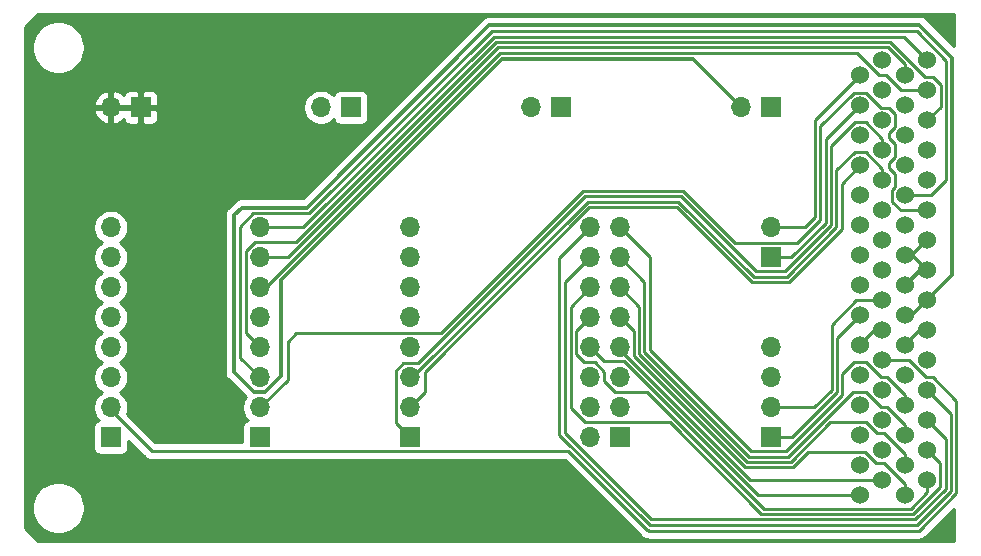
<source format=gbr>
G04 #@! TF.GenerationSoftware,KiCad,Pcbnew,5.1.10-88a1d61d58~88~ubuntu20.10.1*
G04 #@! TF.CreationDate,2021-05-06T21:06:24+02:00*
G04 #@! TF.ProjectId,breakout-board,62726561-6b6f-4757-942d-626f6172642e,1.0*
G04 #@! TF.SameCoordinates,Original*
G04 #@! TF.FileFunction,Copper,L2,Bot*
G04 #@! TF.FilePolarity,Positive*
%FSLAX46Y46*%
G04 Gerber Fmt 4.6, Leading zero omitted, Abs format (unit mm)*
G04 Created by KiCad (PCBNEW 5.1.10-88a1d61d58~88~ubuntu20.10.1) date 2021-05-06 21:06:24*
%MOMM*%
%LPD*%
G01*
G04 APERTURE LIST*
G04 #@! TA.AperFunction,ComponentPad*
%ADD10O,1.700000X1.700000*%
G04 #@! TD*
G04 #@! TA.AperFunction,ComponentPad*
%ADD11R,1.700000X1.700000*%
G04 #@! TD*
G04 #@! TA.AperFunction,ComponentPad*
%ADD12C,1.524000*%
G04 #@! TD*
G04 #@! TA.AperFunction,Conductor*
%ADD13C,0.350000*%
G04 #@! TD*
G04 #@! TA.AperFunction,Conductor*
%ADD14C,0.250000*%
G04 #@! TD*
G04 #@! TA.AperFunction,Conductor*
%ADD15C,0.254000*%
G04 #@! TD*
G04 #@! TA.AperFunction,Conductor*
%ADD16C,0.150000*%
G04 #@! TD*
G04 APERTURE END LIST*
D10*
X127000000Y-66040000D03*
X127000000Y-68580000D03*
X127000000Y-71120000D03*
D11*
X127000000Y-73660000D03*
X71120000Y-73660000D03*
D10*
X71120000Y-71120000D03*
X71120000Y-68580000D03*
X71120000Y-66040000D03*
X71120000Y-63500000D03*
X71120000Y-60960000D03*
X71120000Y-58420000D03*
X71120000Y-55880000D03*
X83740000Y-55880000D03*
X83740000Y-58420000D03*
X83740000Y-60960000D03*
X83740000Y-63500000D03*
X83740000Y-66040000D03*
X83740000Y-68580000D03*
X83740000Y-71120000D03*
D11*
X83740000Y-73660000D03*
X127000000Y-58420000D03*
D10*
X127000000Y-55880000D03*
D11*
X114220000Y-73660000D03*
D10*
X111680000Y-73660000D03*
X114220000Y-71120000D03*
X111680000Y-71120000D03*
X114220000Y-68580000D03*
X111680000Y-68580000D03*
X114220000Y-66040000D03*
X111680000Y-66040000D03*
X114220000Y-63500000D03*
X111680000Y-63500000D03*
X114220000Y-60960000D03*
X111680000Y-60960000D03*
X114220000Y-58420000D03*
X111680000Y-58420000D03*
X114220000Y-55880000D03*
X111680000Y-55880000D03*
D11*
X96440000Y-73660000D03*
D10*
X96440000Y-71120000D03*
X96440000Y-68580000D03*
X96440000Y-66040000D03*
X96440000Y-63500000D03*
X96440000Y-60960000D03*
X96440000Y-58420000D03*
X96440000Y-55880000D03*
D11*
X127000000Y-45720000D03*
D10*
X124460000Y-45720000D03*
X88900000Y-45720000D03*
D11*
X91440000Y-45720000D03*
D10*
X106680000Y-45720000D03*
D11*
X109220000Y-45720000D03*
X73660000Y-45720000D03*
D10*
X71120000Y-45720000D03*
D12*
X134545000Y-78570000D03*
X136450000Y-77300000D03*
X134545000Y-76030000D03*
X136450000Y-74760000D03*
X134545000Y-73490000D03*
X136450000Y-72220000D03*
X134545000Y-70950000D03*
X136450000Y-69680000D03*
X134545000Y-68410000D03*
X136450000Y-67140000D03*
X134545000Y-65870000D03*
X136450000Y-64600000D03*
X134545000Y-63330000D03*
X136450000Y-62060000D03*
X134545000Y-60790000D03*
X136450000Y-59520000D03*
X134545000Y-58250000D03*
X136450000Y-56980000D03*
X134545000Y-55710000D03*
X136450000Y-54440000D03*
X134545000Y-53170000D03*
X136450000Y-51900000D03*
X134545000Y-50630000D03*
X136450000Y-49360000D03*
X134545000Y-48090000D03*
X136450000Y-46820000D03*
X134545000Y-45550000D03*
X136450000Y-44280000D03*
X134545000Y-43010000D03*
X136450000Y-41740000D03*
X138355000Y-78570000D03*
X140260000Y-77300000D03*
X138355000Y-76030000D03*
X140260000Y-74760000D03*
X138355000Y-73490000D03*
X140260000Y-72220000D03*
X138355000Y-70950000D03*
X140260000Y-69680000D03*
X138355000Y-68410000D03*
X140260000Y-67140000D03*
X138355000Y-65870000D03*
X140260000Y-64600000D03*
X138355000Y-63330000D03*
X140260000Y-62060000D03*
X138355000Y-60790000D03*
X140260000Y-59520000D03*
X138355000Y-58250000D03*
X140260000Y-56980000D03*
X138355000Y-55710000D03*
X140260000Y-54440000D03*
X138355000Y-53170000D03*
X140260000Y-51900000D03*
X138355000Y-50630000D03*
X140260000Y-49360000D03*
X138355000Y-48090000D03*
X140260000Y-46820000D03*
X138355000Y-45550000D03*
X140260000Y-44280000D03*
X138355000Y-43010000D03*
X140260000Y-41740000D03*
D13*
X136450000Y-64600000D02*
X135815000Y-64600000D01*
X135815000Y-64600000D02*
X134545000Y-65870000D01*
X138355000Y-65870000D02*
X139625000Y-64600000D01*
X139625000Y-64600000D02*
X140260000Y-64600000D01*
X139942500Y-59202500D02*
X140260000Y-59520000D01*
X138990000Y-58250000D02*
X139942500Y-59202500D01*
X139942500Y-59202500D02*
X138355000Y-60790000D01*
X138355000Y-58250000D02*
X138990000Y-58250000D01*
X140260000Y-56980000D02*
X138990000Y-58250000D01*
X139625000Y-62060000D02*
X140260000Y-62060000D01*
X142376700Y-59943300D02*
X140260000Y-62060000D01*
X142376700Y-41564900D02*
X142376700Y-59943300D01*
X124460000Y-45720000D02*
X120380000Y-41640000D01*
X85560000Y-68495100D02*
X84205100Y-69850000D01*
X120380000Y-41640000D02*
X104260000Y-41640000D01*
X104260000Y-41640000D02*
X85560000Y-60340000D01*
X83268500Y-69850000D02*
X81566700Y-68148200D01*
X84205100Y-69850000D02*
X83268500Y-69850000D01*
X81566700Y-68148200D02*
X81566700Y-54851300D01*
X85560000Y-60340000D02*
X85560000Y-68495100D01*
X81566700Y-54851300D02*
X82213014Y-54204986D01*
X82213014Y-54204986D02*
X87735126Y-54204986D01*
X87735126Y-54204986D02*
X103163012Y-38777100D01*
X103163012Y-38777100D02*
X139588900Y-38777100D01*
X139588900Y-38777100D02*
X142376700Y-41564900D01*
X138990000Y-63330000D02*
X140260000Y-62060000D01*
X138355000Y-63330000D02*
X138990000Y-63330000D01*
D14*
X134206238Y-62060000D02*
X132160000Y-64106238D01*
X136450000Y-62060000D02*
X134206238Y-62060000D01*
X132160000Y-64106238D02*
X132160000Y-69640000D01*
X130680000Y-71120000D02*
X127000000Y-71120000D01*
X132160000Y-69640000D02*
X130680000Y-71120000D01*
X127000000Y-73660000D02*
X128776411Y-73660000D01*
X132610011Y-69826400D02*
X132610011Y-65264989D01*
X128776411Y-73660000D02*
X132610011Y-69826400D01*
X132610011Y-65264989D02*
X134545000Y-63330000D01*
X71120000Y-71374998D02*
X71120000Y-71120000D01*
X74580003Y-74835001D02*
X71120000Y-71374998D01*
X116545009Y-81525009D02*
X109855001Y-74835001D01*
X116676000Y-81556000D02*
X116645010Y-81525010D01*
X139535400Y-81556000D02*
X116676000Y-81556000D01*
X140731000Y-68582300D02*
X142705900Y-70557200D01*
X142705900Y-78385500D02*
X139535400Y-81556000D01*
X140114700Y-68582300D02*
X140731000Y-68582300D01*
X116645010Y-81525010D02*
X116545009Y-81525009D01*
X138672400Y-67140000D02*
X140114700Y-68582300D01*
X109855001Y-74835001D02*
X74580003Y-74835001D01*
X142705900Y-70557200D02*
X142705900Y-78385500D01*
X136450000Y-67140000D02*
X138672400Y-67140000D01*
X87403646Y-55880000D02*
X83740000Y-55880000D01*
X140260000Y-41740000D02*
X138250100Y-39730100D01*
X103553546Y-39730100D02*
X87403646Y-55880000D01*
X138250100Y-39730100D02*
X103553546Y-39730100D01*
X138355000Y-43010000D02*
X138355000Y-42066300D01*
X138355000Y-42066300D02*
X136919500Y-40630800D01*
X136919500Y-40630800D02*
X103925668Y-40630800D01*
X103925668Y-40630800D02*
X86136468Y-58420000D01*
X86136468Y-58420000D02*
X83740000Y-58420000D01*
X136767300Y-43010000D02*
X136132600Y-43010000D01*
X136132600Y-43010000D02*
X134262590Y-41139990D01*
X134262590Y-41139990D02*
X104052888Y-41139990D01*
X104052888Y-41139990D02*
X84232878Y-60960000D01*
X140260000Y-44280000D02*
X138037300Y-44280000D01*
X84232878Y-60960000D02*
X83740000Y-60960000D01*
X138037300Y-44280000D02*
X136767300Y-43010000D01*
X86770057Y-57150000D02*
X83316300Y-57150000D01*
X140260000Y-46820000D02*
X141375100Y-45704900D01*
X82564700Y-57901600D02*
X82564700Y-64864700D01*
X140095000Y-43169300D02*
X137106100Y-40180400D01*
X141375100Y-45704900D02*
X141375100Y-43821400D01*
X141375100Y-43821400D02*
X140723000Y-43169300D01*
X82564700Y-64864700D02*
X83740000Y-66040000D01*
X137106100Y-40180400D02*
X103739657Y-40180400D01*
X83316300Y-57150000D02*
X82564700Y-57901600D01*
X140723000Y-43169300D02*
X140095000Y-43169300D01*
X103739657Y-40180400D02*
X86770057Y-57150000D01*
X139358900Y-39279800D02*
X103367435Y-39279800D01*
X141839700Y-41760600D02*
X139358900Y-39279800D01*
X87942238Y-54704997D02*
X83201803Y-54704997D01*
X82067100Y-66907100D02*
X83740000Y-68580000D01*
X141839700Y-51869900D02*
X141839700Y-41760600D01*
X83201803Y-54704997D02*
X82067100Y-55839700D01*
X103367435Y-39279800D02*
X87942238Y-54704997D01*
X140539600Y-53170000D02*
X141839700Y-51869900D01*
X138355000Y-53170000D02*
X140539600Y-53170000D01*
X82067100Y-55839700D02*
X82067100Y-66907100D01*
X86090000Y-68770000D02*
X83740000Y-71120000D01*
X86835001Y-64864999D02*
X86090000Y-65610000D01*
X124001807Y-57244999D02*
X119555797Y-52798989D01*
X111112776Y-52798989D02*
X99046766Y-64864999D01*
X129191411Y-57244999D02*
X124001807Y-57244999D01*
X99046766Y-64864999D02*
X86835001Y-64864999D01*
X131207946Y-47278292D02*
X131207946Y-55228464D01*
X137537001Y-46298239D02*
X136971761Y-45732999D01*
X140260000Y-54440000D02*
X138016238Y-54440000D01*
X86090000Y-65610000D02*
X86090000Y-68770000D01*
X137537001Y-47341761D02*
X137537001Y-46298239D01*
X137267999Y-52690763D02*
X137537001Y-52421761D01*
X137537001Y-52421761D02*
X137537001Y-51378239D01*
X134023239Y-44462999D02*
X131207946Y-47278292D01*
X138016238Y-54440000D02*
X137267999Y-53691761D01*
X137537001Y-51378239D02*
X136971761Y-50812999D01*
X119555797Y-52798989D02*
X111112776Y-52798989D01*
X131207946Y-55228464D02*
X129191411Y-57244999D01*
X136971761Y-50447001D02*
X137537001Y-49881761D01*
X136336761Y-45732999D02*
X135066761Y-44462999D01*
X137537001Y-48838239D02*
X136971761Y-48272999D01*
X136971761Y-48272999D02*
X136971761Y-47907001D01*
X136971761Y-45732999D02*
X136336761Y-45732999D01*
X137267999Y-53691761D02*
X137267999Y-52690763D01*
X136971761Y-50812999D02*
X136971761Y-50447001D01*
X135066761Y-44462999D02*
X134023239Y-44462999D01*
X137537001Y-49881761D02*
X137537001Y-48838239D01*
X136971761Y-47907001D02*
X137537001Y-47341761D01*
X131657955Y-48437045D02*
X131657955Y-55478456D01*
X134545000Y-45550000D02*
X131657955Y-48437045D01*
X131657955Y-55478456D02*
X128716410Y-58420000D01*
X128716410Y-58420000D02*
X127000000Y-58420000D01*
X134545000Y-43010000D02*
X132860000Y-44695000D01*
X130757935Y-46797065D02*
X134545000Y-43010000D01*
X130757935Y-55042065D02*
X130757935Y-46797065D01*
X129920000Y-55880000D02*
X130757935Y-55042065D01*
X127000000Y-55880000D02*
X129920000Y-55880000D01*
X125274356Y-77300000D02*
X136450000Y-77300000D01*
X114220000Y-66040000D02*
X114220000Y-66245644D01*
X114220000Y-66245644D02*
X125274356Y-77300000D01*
X125907945Y-78570000D02*
X134545000Y-78570000D01*
X112855001Y-67215001D02*
X114552946Y-67215001D01*
X111680000Y-66040000D02*
X112855001Y-67215001D01*
X114552946Y-67215001D02*
X125907945Y-78570000D01*
X128855079Y-76211122D02*
X130152900Y-74913300D01*
X115395001Y-66784234D02*
X124821890Y-76211122D01*
X115395001Y-64675001D02*
X115395001Y-66784234D01*
X124821890Y-76211122D02*
X128855079Y-76211122D01*
X114220000Y-63500000D02*
X115395001Y-64675001D01*
X130152900Y-74913300D02*
X134994538Y-74913300D01*
X135928239Y-75847001D02*
X136563239Y-75847001D01*
X138355000Y-77638762D02*
X138355000Y-78570000D01*
X136563239Y-75847001D02*
X138355000Y-77638762D01*
X134994538Y-74913300D02*
X135928239Y-75847001D01*
X110504700Y-64675300D02*
X111680000Y-63500000D01*
X112074200Y-67310000D02*
X111219000Y-67310000D01*
X126386935Y-79685400D02*
X116551535Y-69850000D01*
X140260000Y-78283800D02*
X138858400Y-79685400D01*
X113825300Y-69850000D02*
X112855500Y-68880200D01*
X111219000Y-67310000D02*
X110504700Y-66595700D01*
X112855500Y-68880200D02*
X112855500Y-68091300D01*
X138858400Y-79685400D02*
X126386935Y-79685400D01*
X110504700Y-66595700D02*
X110504700Y-64675300D01*
X116551535Y-69850000D02*
X113825300Y-69850000D01*
X140260000Y-77300000D02*
X140260000Y-78283800D01*
X112855500Y-68091300D02*
X112074200Y-67310000D01*
X125008290Y-75761111D02*
X128668679Y-75761111D01*
X136022900Y-73330600D02*
X136608100Y-73330600D01*
X128668679Y-75761111D02*
X132050190Y-72379600D01*
X136608100Y-73330600D02*
X138355000Y-75077500D01*
X135071900Y-72379600D02*
X136022900Y-73330600D01*
X138355000Y-75077500D02*
X138355000Y-76030000D01*
X115845012Y-66597834D02*
X125008290Y-75761111D01*
X114220000Y-60960000D02*
X115845012Y-62585012D01*
X115845012Y-62585012D02*
X115845012Y-66597834D01*
X132050190Y-72379600D02*
X135071900Y-72379600D01*
X118455125Y-72390000D02*
X126200925Y-80135800D01*
X110044800Y-62595200D02*
X110044800Y-71147400D01*
X141354900Y-77825800D02*
X141354900Y-75854900D01*
X139044900Y-80135800D02*
X141354900Y-77825800D01*
X126200925Y-80135800D02*
X139044900Y-80135800D01*
X111287400Y-72390000D02*
X118455125Y-72390000D01*
X141354900Y-75854900D02*
X140260000Y-74760000D01*
X111680000Y-60960000D02*
X110044800Y-62595200D01*
X110044800Y-71147400D02*
X111287400Y-72390000D01*
X138355000Y-73490000D02*
X138355000Y-72587100D01*
X116295023Y-60495023D02*
X114220000Y-58420000D01*
X128482279Y-75311100D02*
X125194690Y-75311100D01*
X133942779Y-69850600D02*
X128482279Y-75311100D01*
X116295023Y-66411434D02*
X116295023Y-60495023D01*
X135033200Y-69850600D02*
X133942779Y-69850600D01*
X136877200Y-71109300D02*
X136291900Y-71109300D01*
X125194690Y-75311100D02*
X116295023Y-66411434D01*
X138355000Y-72587100D02*
X136877200Y-71109300D01*
X136291900Y-71109300D02*
X135033200Y-69850600D01*
X141805300Y-73765300D02*
X141805300Y-78012300D01*
X109594400Y-60505600D02*
X111680000Y-58420000D01*
X109594400Y-73301580D02*
X109594400Y-60505600D01*
X140260000Y-72220000D02*
X141805300Y-73765300D01*
X141805300Y-78012300D02*
X139231400Y-80586200D01*
X116879020Y-80586200D02*
X109594400Y-73301580D01*
X139231400Y-80586200D02*
X116879020Y-80586200D01*
X114220000Y-55880000D02*
X116745034Y-58405034D01*
X136291900Y-68569300D02*
X136877200Y-68569300D01*
X138355000Y-70047100D02*
X138355000Y-70950000D01*
X134047400Y-67301300D02*
X135023900Y-67301300D01*
X136877200Y-68569300D02*
X138355000Y-70047100D01*
X135023900Y-67301300D02*
X136291900Y-68569300D01*
X133060022Y-70096946D02*
X133060022Y-68288678D01*
X128321568Y-74835400D02*
X133060022Y-70096946D01*
X116745034Y-66225034D02*
X125355400Y-74835400D01*
X116745034Y-58405034D02*
X116745034Y-66225034D01*
X125355400Y-74835400D02*
X128321568Y-74835400D01*
X133060022Y-68288678D02*
X134047400Y-67301300D01*
X109095400Y-58464600D02*
X111680000Y-55880000D01*
X142255600Y-78198900D02*
X139379500Y-81075000D01*
X139379500Y-81075000D02*
X116731410Y-81075000D01*
X142255600Y-71675600D02*
X142255600Y-78198900D01*
X116731410Y-81075000D02*
X109095400Y-73438990D01*
X140260000Y-69680000D02*
X142255600Y-71675600D01*
X109095400Y-73438990D02*
X109095400Y-58464600D01*
X128177421Y-59595400D02*
X125715798Y-59595400D01*
X95893300Y-67397200D02*
X95239800Y-68050700D01*
X134110100Y-46985800D02*
X132107966Y-48987934D01*
X119369398Y-53249000D02*
X111299175Y-53249000D01*
X136450000Y-49360000D02*
X136450000Y-48407500D01*
X97150975Y-67397200D02*
X95893300Y-67397200D01*
X125715798Y-59595400D02*
X119369398Y-53249000D01*
X135028300Y-46985800D02*
X134110100Y-46985800D01*
X111299175Y-53249000D02*
X97150975Y-67397200D01*
X136450000Y-48407500D02*
X135028300Y-46985800D01*
X95239800Y-72459800D02*
X96440000Y-73660000D01*
X132107966Y-55664856D02*
X128177421Y-59595400D01*
X95239800Y-68050700D02*
X95239800Y-72459800D01*
X132107966Y-48987934D02*
X132107966Y-55664856D01*
X97709989Y-68111009D02*
X97709989Y-69850011D01*
X111639398Y-54181600D02*
X97709989Y-68111009D01*
X125373789Y-60526211D02*
X119029178Y-54181600D01*
X128519432Y-60526211D02*
X125373789Y-60526211D01*
X97709989Y-69850011D02*
X96440000Y-71120000D01*
X133007988Y-56037656D02*
X128519432Y-60526211D01*
X133007988Y-52167012D02*
X133007988Y-56037656D01*
X119029178Y-54181600D02*
X111639398Y-54181600D01*
X134545000Y-50630000D02*
X133007988Y-52167012D01*
X136450000Y-50947500D02*
X135021300Y-49518800D01*
X128355634Y-60053599D02*
X125537587Y-60053599D01*
X125537587Y-60053599D02*
X119183388Y-53699400D01*
X119183388Y-53699400D02*
X111485186Y-53699400D01*
X96604586Y-68580000D02*
X96440000Y-68580000D01*
X111485186Y-53699400D02*
X96604586Y-68580000D01*
X132557977Y-55851256D02*
X128355634Y-60053599D01*
X132557977Y-51065223D02*
X132557977Y-55851256D01*
X134104400Y-49518800D02*
X132557977Y-51065223D01*
X135021300Y-49518800D02*
X134104400Y-49518800D01*
X136450000Y-51900000D02*
X136450000Y-50947500D01*
D15*
X142475000Y-40517687D02*
X140189800Y-38232487D01*
X140164428Y-38201572D01*
X140041089Y-38100351D01*
X139900373Y-38025137D01*
X139747688Y-37978820D01*
X139628691Y-37967100D01*
X139628688Y-37967100D01*
X139588900Y-37963181D01*
X139549112Y-37967100D01*
X103202800Y-37967100D01*
X103163012Y-37963181D01*
X103123224Y-37967100D01*
X103123221Y-37967100D01*
X103004224Y-37978820D01*
X102887075Y-38014357D01*
X102851538Y-38025137D01*
X102771931Y-38067688D01*
X102710823Y-38100351D01*
X102587484Y-38201572D01*
X102562117Y-38232482D01*
X87399614Y-53394986D01*
X82252801Y-53394986D01*
X82213013Y-53391067D01*
X82173225Y-53394986D01*
X82173223Y-53394986D01*
X82054226Y-53406706D01*
X81901541Y-53453023D01*
X81858453Y-53476054D01*
X81760824Y-53528237D01*
X81723353Y-53558989D01*
X81637486Y-53629458D01*
X81612121Y-53660366D01*
X81022083Y-54250405D01*
X80991173Y-54275772D01*
X80965808Y-54306680D01*
X80889951Y-54399111D01*
X80828909Y-54513314D01*
X80814738Y-54539827D01*
X80769650Y-54688463D01*
X80768421Y-54692513D01*
X80752781Y-54851300D01*
X80756701Y-54891098D01*
X80756700Y-68108412D01*
X80752781Y-68148200D01*
X80756700Y-68187988D01*
X80756700Y-68187990D01*
X80768420Y-68306987D01*
X80814737Y-68459672D01*
X80814738Y-68459673D01*
X80889951Y-68600389D01*
X80901531Y-68614499D01*
X80991172Y-68723728D01*
X81022087Y-68749099D01*
X82530381Y-70257394D01*
X82424010Y-70416589D01*
X82312068Y-70686842D01*
X82255000Y-70973740D01*
X82255000Y-71266260D01*
X82312068Y-71553158D01*
X82424010Y-71823411D01*
X82586525Y-72066632D01*
X82718380Y-72198487D01*
X82645820Y-72220498D01*
X82535506Y-72279463D01*
X82438815Y-72358815D01*
X82359463Y-72455506D01*
X82300498Y-72565820D01*
X82264188Y-72685518D01*
X82251928Y-72810000D01*
X82251928Y-74075001D01*
X74894805Y-74075001D01*
X72496684Y-71676881D01*
X72547932Y-71553158D01*
X72605000Y-71266260D01*
X72605000Y-70973740D01*
X72547932Y-70686842D01*
X72435990Y-70416589D01*
X72273475Y-70173368D01*
X72066632Y-69966525D01*
X71892240Y-69850000D01*
X72066632Y-69733475D01*
X72273475Y-69526632D01*
X72435990Y-69283411D01*
X72547932Y-69013158D01*
X72605000Y-68726260D01*
X72605000Y-68433740D01*
X72547932Y-68146842D01*
X72435990Y-67876589D01*
X72273475Y-67633368D01*
X72066632Y-67426525D01*
X71892240Y-67310000D01*
X72066632Y-67193475D01*
X72273475Y-66986632D01*
X72435990Y-66743411D01*
X72547932Y-66473158D01*
X72605000Y-66186260D01*
X72605000Y-65893740D01*
X72547932Y-65606842D01*
X72435990Y-65336589D01*
X72273475Y-65093368D01*
X72066632Y-64886525D01*
X71892240Y-64770000D01*
X72066632Y-64653475D01*
X72273475Y-64446632D01*
X72435990Y-64203411D01*
X72547932Y-63933158D01*
X72605000Y-63646260D01*
X72605000Y-63353740D01*
X72547932Y-63066842D01*
X72435990Y-62796589D01*
X72273475Y-62553368D01*
X72066632Y-62346525D01*
X71892240Y-62230000D01*
X72066632Y-62113475D01*
X72273475Y-61906632D01*
X72435990Y-61663411D01*
X72547932Y-61393158D01*
X72605000Y-61106260D01*
X72605000Y-60813740D01*
X72547932Y-60526842D01*
X72435990Y-60256589D01*
X72273475Y-60013368D01*
X72066632Y-59806525D01*
X71892240Y-59690000D01*
X72066632Y-59573475D01*
X72273475Y-59366632D01*
X72435990Y-59123411D01*
X72547932Y-58853158D01*
X72605000Y-58566260D01*
X72605000Y-58273740D01*
X72547932Y-57986842D01*
X72435990Y-57716589D01*
X72273475Y-57473368D01*
X72066632Y-57266525D01*
X71892240Y-57150000D01*
X72066632Y-57033475D01*
X72273475Y-56826632D01*
X72435990Y-56583411D01*
X72547932Y-56313158D01*
X72605000Y-56026260D01*
X72605000Y-55733740D01*
X72547932Y-55446842D01*
X72435990Y-55176589D01*
X72273475Y-54933368D01*
X72066632Y-54726525D01*
X71823411Y-54564010D01*
X71553158Y-54452068D01*
X71266260Y-54395000D01*
X70973740Y-54395000D01*
X70686842Y-54452068D01*
X70416589Y-54564010D01*
X70173368Y-54726525D01*
X69966525Y-54933368D01*
X69804010Y-55176589D01*
X69692068Y-55446842D01*
X69635000Y-55733740D01*
X69635000Y-56026260D01*
X69692068Y-56313158D01*
X69804010Y-56583411D01*
X69966525Y-56826632D01*
X70173368Y-57033475D01*
X70347760Y-57150000D01*
X70173368Y-57266525D01*
X69966525Y-57473368D01*
X69804010Y-57716589D01*
X69692068Y-57986842D01*
X69635000Y-58273740D01*
X69635000Y-58566260D01*
X69692068Y-58853158D01*
X69804010Y-59123411D01*
X69966525Y-59366632D01*
X70173368Y-59573475D01*
X70347760Y-59690000D01*
X70173368Y-59806525D01*
X69966525Y-60013368D01*
X69804010Y-60256589D01*
X69692068Y-60526842D01*
X69635000Y-60813740D01*
X69635000Y-61106260D01*
X69692068Y-61393158D01*
X69804010Y-61663411D01*
X69966525Y-61906632D01*
X70173368Y-62113475D01*
X70347760Y-62230000D01*
X70173368Y-62346525D01*
X69966525Y-62553368D01*
X69804010Y-62796589D01*
X69692068Y-63066842D01*
X69635000Y-63353740D01*
X69635000Y-63646260D01*
X69692068Y-63933158D01*
X69804010Y-64203411D01*
X69966525Y-64446632D01*
X70173368Y-64653475D01*
X70347760Y-64770000D01*
X70173368Y-64886525D01*
X69966525Y-65093368D01*
X69804010Y-65336589D01*
X69692068Y-65606842D01*
X69635000Y-65893740D01*
X69635000Y-66186260D01*
X69692068Y-66473158D01*
X69804010Y-66743411D01*
X69966525Y-66986632D01*
X70173368Y-67193475D01*
X70347760Y-67310000D01*
X70173368Y-67426525D01*
X69966525Y-67633368D01*
X69804010Y-67876589D01*
X69692068Y-68146842D01*
X69635000Y-68433740D01*
X69635000Y-68726260D01*
X69692068Y-69013158D01*
X69804010Y-69283411D01*
X69966525Y-69526632D01*
X70173368Y-69733475D01*
X70347760Y-69850000D01*
X70173368Y-69966525D01*
X69966525Y-70173368D01*
X69804010Y-70416589D01*
X69692068Y-70686842D01*
X69635000Y-70973740D01*
X69635000Y-71266260D01*
X69692068Y-71553158D01*
X69804010Y-71823411D01*
X69966525Y-72066632D01*
X70098380Y-72198487D01*
X70025820Y-72220498D01*
X69915506Y-72279463D01*
X69818815Y-72358815D01*
X69739463Y-72455506D01*
X69680498Y-72565820D01*
X69644188Y-72685518D01*
X69631928Y-72810000D01*
X69631928Y-74510000D01*
X69644188Y-74634482D01*
X69680498Y-74754180D01*
X69739463Y-74864494D01*
X69818815Y-74961185D01*
X69915506Y-75040537D01*
X70025820Y-75099502D01*
X70145518Y-75135812D01*
X70270000Y-75148072D01*
X71970000Y-75148072D01*
X72094482Y-75135812D01*
X72214180Y-75099502D01*
X72324494Y-75040537D01*
X72421185Y-74961185D01*
X72500537Y-74864494D01*
X72559502Y-74754180D01*
X72595812Y-74634482D01*
X72608072Y-74510000D01*
X72608072Y-73937872D01*
X74016203Y-75346003D01*
X74040002Y-75375002D01*
X74155727Y-75469975D01*
X74287756Y-75540547D01*
X74431017Y-75584004D01*
X74542670Y-75595001D01*
X74542679Y-75595001D01*
X74580002Y-75598677D01*
X74617325Y-75595001D01*
X109540200Y-75595001D01*
X115981210Y-82036012D01*
X116005003Y-82065004D01*
X116033998Y-82088800D01*
X116034006Y-82088808D01*
X116120732Y-82159983D01*
X116218632Y-82212312D01*
X116252755Y-82230552D01*
X116252758Y-82230553D01*
X116252762Y-82230555D01*
X116326776Y-82253006D01*
X116396016Y-82274010D01*
X116396020Y-82274010D01*
X116396022Y-82274011D01*
X116438704Y-82278215D01*
X116527014Y-82305003D01*
X116638667Y-82316000D01*
X116638677Y-82316000D01*
X116675999Y-82319676D01*
X116713322Y-82316000D01*
X139498078Y-82316000D01*
X139535400Y-82319676D01*
X139572722Y-82316000D01*
X139572733Y-82316000D01*
X139684386Y-82305003D01*
X139827647Y-82261546D01*
X139959676Y-82190974D01*
X140075401Y-82096001D01*
X140099204Y-82066997D01*
X142475001Y-79691201D01*
X142475001Y-82455000D01*
X64943736Y-82455000D01*
X63845000Y-81356264D01*
X63845000Y-79419872D01*
X64425000Y-79419872D01*
X64425000Y-79860128D01*
X64510890Y-80291925D01*
X64679369Y-80698669D01*
X64923962Y-81064729D01*
X65235271Y-81376038D01*
X65601331Y-81620631D01*
X66008075Y-81789110D01*
X66439872Y-81875000D01*
X66880128Y-81875000D01*
X67311925Y-81789110D01*
X67718669Y-81620631D01*
X68084729Y-81376038D01*
X68396038Y-81064729D01*
X68640631Y-80698669D01*
X68809110Y-80291925D01*
X68895000Y-79860128D01*
X68895000Y-79419872D01*
X68809110Y-78988075D01*
X68640631Y-78581331D01*
X68396038Y-78215271D01*
X68084729Y-77903962D01*
X67718669Y-77659369D01*
X67311925Y-77490890D01*
X66880128Y-77405000D01*
X66439872Y-77405000D01*
X66008075Y-77490890D01*
X65601331Y-77659369D01*
X65235271Y-77903962D01*
X64923962Y-78215271D01*
X64679369Y-78581331D01*
X64510890Y-78988075D01*
X64425000Y-79419872D01*
X63845000Y-79419872D01*
X63845000Y-46076891D01*
X69678519Y-46076891D01*
X69775843Y-46351252D01*
X69924822Y-46601355D01*
X70119731Y-46817588D01*
X70353080Y-46991641D01*
X70615901Y-47116825D01*
X70763110Y-47161476D01*
X70993000Y-47040155D01*
X70993000Y-45847000D01*
X71247000Y-45847000D01*
X71247000Y-47040155D01*
X71476890Y-47161476D01*
X71624099Y-47116825D01*
X71886920Y-46991641D01*
X72120269Y-46817588D01*
X72196034Y-46733534D01*
X72220498Y-46814180D01*
X72279463Y-46924494D01*
X72358815Y-47021185D01*
X72455506Y-47100537D01*
X72565820Y-47159502D01*
X72685518Y-47195812D01*
X72810000Y-47208072D01*
X73374250Y-47205000D01*
X73533000Y-47046250D01*
X73533000Y-45847000D01*
X73787000Y-45847000D01*
X73787000Y-47046250D01*
X73945750Y-47205000D01*
X74510000Y-47208072D01*
X74634482Y-47195812D01*
X74754180Y-47159502D01*
X74864494Y-47100537D01*
X74961185Y-47021185D01*
X75040537Y-46924494D01*
X75099502Y-46814180D01*
X75135812Y-46694482D01*
X75148072Y-46570000D01*
X75145000Y-46005750D01*
X74986250Y-45847000D01*
X73787000Y-45847000D01*
X73533000Y-45847000D01*
X71247000Y-45847000D01*
X70993000Y-45847000D01*
X69799186Y-45847000D01*
X69678519Y-46076891D01*
X63845000Y-46076891D01*
X63845000Y-45363109D01*
X69678519Y-45363109D01*
X69799186Y-45593000D01*
X70993000Y-45593000D01*
X70993000Y-44399845D01*
X71247000Y-44399845D01*
X71247000Y-45593000D01*
X73533000Y-45593000D01*
X73533000Y-44393750D01*
X73787000Y-44393750D01*
X73787000Y-45593000D01*
X74986250Y-45593000D01*
X75005510Y-45573740D01*
X87415000Y-45573740D01*
X87415000Y-45866260D01*
X87472068Y-46153158D01*
X87584010Y-46423411D01*
X87746525Y-46666632D01*
X87953368Y-46873475D01*
X88196589Y-47035990D01*
X88466842Y-47147932D01*
X88753740Y-47205000D01*
X89046260Y-47205000D01*
X89333158Y-47147932D01*
X89603411Y-47035990D01*
X89846632Y-46873475D01*
X89978487Y-46741620D01*
X90000498Y-46814180D01*
X90059463Y-46924494D01*
X90138815Y-47021185D01*
X90235506Y-47100537D01*
X90345820Y-47159502D01*
X90465518Y-47195812D01*
X90590000Y-47208072D01*
X92290000Y-47208072D01*
X92414482Y-47195812D01*
X92534180Y-47159502D01*
X92644494Y-47100537D01*
X92741185Y-47021185D01*
X92820537Y-46924494D01*
X92879502Y-46814180D01*
X92915812Y-46694482D01*
X92928072Y-46570000D01*
X92928072Y-44870000D01*
X92915812Y-44745518D01*
X92879502Y-44625820D01*
X92820537Y-44515506D01*
X92741185Y-44418815D01*
X92644494Y-44339463D01*
X92534180Y-44280498D01*
X92414482Y-44244188D01*
X92290000Y-44231928D01*
X90590000Y-44231928D01*
X90465518Y-44244188D01*
X90345820Y-44280498D01*
X90235506Y-44339463D01*
X90138815Y-44418815D01*
X90059463Y-44515506D01*
X90000498Y-44625820D01*
X89978487Y-44698380D01*
X89846632Y-44566525D01*
X89603411Y-44404010D01*
X89333158Y-44292068D01*
X89046260Y-44235000D01*
X88753740Y-44235000D01*
X88466842Y-44292068D01*
X88196589Y-44404010D01*
X87953368Y-44566525D01*
X87746525Y-44773368D01*
X87584010Y-45016589D01*
X87472068Y-45286842D01*
X87415000Y-45573740D01*
X75005510Y-45573740D01*
X75145000Y-45434250D01*
X75148072Y-44870000D01*
X75135812Y-44745518D01*
X75099502Y-44625820D01*
X75040537Y-44515506D01*
X74961185Y-44418815D01*
X74864494Y-44339463D01*
X74754180Y-44280498D01*
X74634482Y-44244188D01*
X74510000Y-44231928D01*
X73945750Y-44235000D01*
X73787000Y-44393750D01*
X73533000Y-44393750D01*
X73374250Y-44235000D01*
X72810000Y-44231928D01*
X72685518Y-44244188D01*
X72565820Y-44280498D01*
X72455506Y-44339463D01*
X72358815Y-44418815D01*
X72279463Y-44515506D01*
X72220498Y-44625820D01*
X72196034Y-44706466D01*
X72120269Y-44622412D01*
X71886920Y-44448359D01*
X71624099Y-44323175D01*
X71476890Y-44278524D01*
X71247000Y-44399845D01*
X70993000Y-44399845D01*
X70763110Y-44278524D01*
X70615901Y-44323175D01*
X70353080Y-44448359D01*
X70119731Y-44622412D01*
X69924822Y-44838645D01*
X69775843Y-45088748D01*
X69678519Y-45363109D01*
X63845000Y-45363109D01*
X63845000Y-40419872D01*
X64425000Y-40419872D01*
X64425000Y-40860128D01*
X64510890Y-41291925D01*
X64679369Y-41698669D01*
X64923962Y-42064729D01*
X65235271Y-42376038D01*
X65601331Y-42620631D01*
X66008075Y-42789110D01*
X66439872Y-42875000D01*
X66880128Y-42875000D01*
X67311925Y-42789110D01*
X67718669Y-42620631D01*
X68084729Y-42376038D01*
X68396038Y-42064729D01*
X68640631Y-41698669D01*
X68809110Y-41291925D01*
X68895000Y-40860128D01*
X68895000Y-40419872D01*
X68809110Y-39988075D01*
X68640631Y-39581331D01*
X68396038Y-39215271D01*
X68084729Y-38903962D01*
X67718669Y-38659369D01*
X67311925Y-38490890D01*
X66880128Y-38405000D01*
X66439872Y-38405000D01*
X66008075Y-38490890D01*
X65601331Y-38659369D01*
X65235271Y-38903962D01*
X64923962Y-39215271D01*
X64679369Y-39581331D01*
X64510890Y-39988075D01*
X64425000Y-40419872D01*
X63845000Y-40419872D01*
X63845000Y-38923736D01*
X64943736Y-37825000D01*
X142475000Y-37825000D01*
X142475000Y-40517687D01*
G04 #@! TA.AperFunction,Conductor*
D16*
G36*
X142475000Y-40517687D02*
G01*
X140189800Y-38232487D01*
X140164428Y-38201572D01*
X140041089Y-38100351D01*
X139900373Y-38025137D01*
X139747688Y-37978820D01*
X139628691Y-37967100D01*
X139628688Y-37967100D01*
X139588900Y-37963181D01*
X139549112Y-37967100D01*
X103202800Y-37967100D01*
X103163012Y-37963181D01*
X103123224Y-37967100D01*
X103123221Y-37967100D01*
X103004224Y-37978820D01*
X102887075Y-38014357D01*
X102851538Y-38025137D01*
X102771931Y-38067688D01*
X102710823Y-38100351D01*
X102587484Y-38201572D01*
X102562117Y-38232482D01*
X87399614Y-53394986D01*
X82252801Y-53394986D01*
X82213013Y-53391067D01*
X82173225Y-53394986D01*
X82173223Y-53394986D01*
X82054226Y-53406706D01*
X81901541Y-53453023D01*
X81858453Y-53476054D01*
X81760824Y-53528237D01*
X81723353Y-53558989D01*
X81637486Y-53629458D01*
X81612121Y-53660366D01*
X81022083Y-54250405D01*
X80991173Y-54275772D01*
X80965808Y-54306680D01*
X80889951Y-54399111D01*
X80828909Y-54513314D01*
X80814738Y-54539827D01*
X80769650Y-54688463D01*
X80768421Y-54692513D01*
X80752781Y-54851300D01*
X80756701Y-54891098D01*
X80756700Y-68108412D01*
X80752781Y-68148200D01*
X80756700Y-68187988D01*
X80756700Y-68187990D01*
X80768420Y-68306987D01*
X80814737Y-68459672D01*
X80814738Y-68459673D01*
X80889951Y-68600389D01*
X80901531Y-68614499D01*
X80991172Y-68723728D01*
X81022087Y-68749099D01*
X82530381Y-70257394D01*
X82424010Y-70416589D01*
X82312068Y-70686842D01*
X82255000Y-70973740D01*
X82255000Y-71266260D01*
X82312068Y-71553158D01*
X82424010Y-71823411D01*
X82586525Y-72066632D01*
X82718380Y-72198487D01*
X82645820Y-72220498D01*
X82535506Y-72279463D01*
X82438815Y-72358815D01*
X82359463Y-72455506D01*
X82300498Y-72565820D01*
X82264188Y-72685518D01*
X82251928Y-72810000D01*
X82251928Y-74075001D01*
X74894805Y-74075001D01*
X72496684Y-71676881D01*
X72547932Y-71553158D01*
X72605000Y-71266260D01*
X72605000Y-70973740D01*
X72547932Y-70686842D01*
X72435990Y-70416589D01*
X72273475Y-70173368D01*
X72066632Y-69966525D01*
X71892240Y-69850000D01*
X72066632Y-69733475D01*
X72273475Y-69526632D01*
X72435990Y-69283411D01*
X72547932Y-69013158D01*
X72605000Y-68726260D01*
X72605000Y-68433740D01*
X72547932Y-68146842D01*
X72435990Y-67876589D01*
X72273475Y-67633368D01*
X72066632Y-67426525D01*
X71892240Y-67310000D01*
X72066632Y-67193475D01*
X72273475Y-66986632D01*
X72435990Y-66743411D01*
X72547932Y-66473158D01*
X72605000Y-66186260D01*
X72605000Y-65893740D01*
X72547932Y-65606842D01*
X72435990Y-65336589D01*
X72273475Y-65093368D01*
X72066632Y-64886525D01*
X71892240Y-64770000D01*
X72066632Y-64653475D01*
X72273475Y-64446632D01*
X72435990Y-64203411D01*
X72547932Y-63933158D01*
X72605000Y-63646260D01*
X72605000Y-63353740D01*
X72547932Y-63066842D01*
X72435990Y-62796589D01*
X72273475Y-62553368D01*
X72066632Y-62346525D01*
X71892240Y-62230000D01*
X72066632Y-62113475D01*
X72273475Y-61906632D01*
X72435990Y-61663411D01*
X72547932Y-61393158D01*
X72605000Y-61106260D01*
X72605000Y-60813740D01*
X72547932Y-60526842D01*
X72435990Y-60256589D01*
X72273475Y-60013368D01*
X72066632Y-59806525D01*
X71892240Y-59690000D01*
X72066632Y-59573475D01*
X72273475Y-59366632D01*
X72435990Y-59123411D01*
X72547932Y-58853158D01*
X72605000Y-58566260D01*
X72605000Y-58273740D01*
X72547932Y-57986842D01*
X72435990Y-57716589D01*
X72273475Y-57473368D01*
X72066632Y-57266525D01*
X71892240Y-57150000D01*
X72066632Y-57033475D01*
X72273475Y-56826632D01*
X72435990Y-56583411D01*
X72547932Y-56313158D01*
X72605000Y-56026260D01*
X72605000Y-55733740D01*
X72547932Y-55446842D01*
X72435990Y-55176589D01*
X72273475Y-54933368D01*
X72066632Y-54726525D01*
X71823411Y-54564010D01*
X71553158Y-54452068D01*
X71266260Y-54395000D01*
X70973740Y-54395000D01*
X70686842Y-54452068D01*
X70416589Y-54564010D01*
X70173368Y-54726525D01*
X69966525Y-54933368D01*
X69804010Y-55176589D01*
X69692068Y-55446842D01*
X69635000Y-55733740D01*
X69635000Y-56026260D01*
X69692068Y-56313158D01*
X69804010Y-56583411D01*
X69966525Y-56826632D01*
X70173368Y-57033475D01*
X70347760Y-57150000D01*
X70173368Y-57266525D01*
X69966525Y-57473368D01*
X69804010Y-57716589D01*
X69692068Y-57986842D01*
X69635000Y-58273740D01*
X69635000Y-58566260D01*
X69692068Y-58853158D01*
X69804010Y-59123411D01*
X69966525Y-59366632D01*
X70173368Y-59573475D01*
X70347760Y-59690000D01*
X70173368Y-59806525D01*
X69966525Y-60013368D01*
X69804010Y-60256589D01*
X69692068Y-60526842D01*
X69635000Y-60813740D01*
X69635000Y-61106260D01*
X69692068Y-61393158D01*
X69804010Y-61663411D01*
X69966525Y-61906632D01*
X70173368Y-62113475D01*
X70347760Y-62230000D01*
X70173368Y-62346525D01*
X69966525Y-62553368D01*
X69804010Y-62796589D01*
X69692068Y-63066842D01*
X69635000Y-63353740D01*
X69635000Y-63646260D01*
X69692068Y-63933158D01*
X69804010Y-64203411D01*
X69966525Y-64446632D01*
X70173368Y-64653475D01*
X70347760Y-64770000D01*
X70173368Y-64886525D01*
X69966525Y-65093368D01*
X69804010Y-65336589D01*
X69692068Y-65606842D01*
X69635000Y-65893740D01*
X69635000Y-66186260D01*
X69692068Y-66473158D01*
X69804010Y-66743411D01*
X69966525Y-66986632D01*
X70173368Y-67193475D01*
X70347760Y-67310000D01*
X70173368Y-67426525D01*
X69966525Y-67633368D01*
X69804010Y-67876589D01*
X69692068Y-68146842D01*
X69635000Y-68433740D01*
X69635000Y-68726260D01*
X69692068Y-69013158D01*
X69804010Y-69283411D01*
X69966525Y-69526632D01*
X70173368Y-69733475D01*
X70347760Y-69850000D01*
X70173368Y-69966525D01*
X69966525Y-70173368D01*
X69804010Y-70416589D01*
X69692068Y-70686842D01*
X69635000Y-70973740D01*
X69635000Y-71266260D01*
X69692068Y-71553158D01*
X69804010Y-71823411D01*
X69966525Y-72066632D01*
X70098380Y-72198487D01*
X70025820Y-72220498D01*
X69915506Y-72279463D01*
X69818815Y-72358815D01*
X69739463Y-72455506D01*
X69680498Y-72565820D01*
X69644188Y-72685518D01*
X69631928Y-72810000D01*
X69631928Y-74510000D01*
X69644188Y-74634482D01*
X69680498Y-74754180D01*
X69739463Y-74864494D01*
X69818815Y-74961185D01*
X69915506Y-75040537D01*
X70025820Y-75099502D01*
X70145518Y-75135812D01*
X70270000Y-75148072D01*
X71970000Y-75148072D01*
X72094482Y-75135812D01*
X72214180Y-75099502D01*
X72324494Y-75040537D01*
X72421185Y-74961185D01*
X72500537Y-74864494D01*
X72559502Y-74754180D01*
X72595812Y-74634482D01*
X72608072Y-74510000D01*
X72608072Y-73937872D01*
X74016203Y-75346003D01*
X74040002Y-75375002D01*
X74155727Y-75469975D01*
X74287756Y-75540547D01*
X74431017Y-75584004D01*
X74542670Y-75595001D01*
X74542679Y-75595001D01*
X74580002Y-75598677D01*
X74617325Y-75595001D01*
X109540200Y-75595001D01*
X115981210Y-82036012D01*
X116005003Y-82065004D01*
X116033998Y-82088800D01*
X116034006Y-82088808D01*
X116120732Y-82159983D01*
X116218632Y-82212312D01*
X116252755Y-82230552D01*
X116252758Y-82230553D01*
X116252762Y-82230555D01*
X116326776Y-82253006D01*
X116396016Y-82274010D01*
X116396020Y-82274010D01*
X116396022Y-82274011D01*
X116438704Y-82278215D01*
X116527014Y-82305003D01*
X116638667Y-82316000D01*
X116638677Y-82316000D01*
X116675999Y-82319676D01*
X116713322Y-82316000D01*
X139498078Y-82316000D01*
X139535400Y-82319676D01*
X139572722Y-82316000D01*
X139572733Y-82316000D01*
X139684386Y-82305003D01*
X139827647Y-82261546D01*
X139959676Y-82190974D01*
X140075401Y-82096001D01*
X140099204Y-82066997D01*
X142475001Y-79691201D01*
X142475001Y-82455000D01*
X64943736Y-82455000D01*
X63845000Y-81356264D01*
X63845000Y-79419872D01*
X64425000Y-79419872D01*
X64425000Y-79860128D01*
X64510890Y-80291925D01*
X64679369Y-80698669D01*
X64923962Y-81064729D01*
X65235271Y-81376038D01*
X65601331Y-81620631D01*
X66008075Y-81789110D01*
X66439872Y-81875000D01*
X66880128Y-81875000D01*
X67311925Y-81789110D01*
X67718669Y-81620631D01*
X68084729Y-81376038D01*
X68396038Y-81064729D01*
X68640631Y-80698669D01*
X68809110Y-80291925D01*
X68895000Y-79860128D01*
X68895000Y-79419872D01*
X68809110Y-78988075D01*
X68640631Y-78581331D01*
X68396038Y-78215271D01*
X68084729Y-77903962D01*
X67718669Y-77659369D01*
X67311925Y-77490890D01*
X66880128Y-77405000D01*
X66439872Y-77405000D01*
X66008075Y-77490890D01*
X65601331Y-77659369D01*
X65235271Y-77903962D01*
X64923962Y-78215271D01*
X64679369Y-78581331D01*
X64510890Y-78988075D01*
X64425000Y-79419872D01*
X63845000Y-79419872D01*
X63845000Y-46076891D01*
X69678519Y-46076891D01*
X69775843Y-46351252D01*
X69924822Y-46601355D01*
X70119731Y-46817588D01*
X70353080Y-46991641D01*
X70615901Y-47116825D01*
X70763110Y-47161476D01*
X70993000Y-47040155D01*
X70993000Y-45847000D01*
X71247000Y-45847000D01*
X71247000Y-47040155D01*
X71476890Y-47161476D01*
X71624099Y-47116825D01*
X71886920Y-46991641D01*
X72120269Y-46817588D01*
X72196034Y-46733534D01*
X72220498Y-46814180D01*
X72279463Y-46924494D01*
X72358815Y-47021185D01*
X72455506Y-47100537D01*
X72565820Y-47159502D01*
X72685518Y-47195812D01*
X72810000Y-47208072D01*
X73374250Y-47205000D01*
X73533000Y-47046250D01*
X73533000Y-45847000D01*
X73787000Y-45847000D01*
X73787000Y-47046250D01*
X73945750Y-47205000D01*
X74510000Y-47208072D01*
X74634482Y-47195812D01*
X74754180Y-47159502D01*
X74864494Y-47100537D01*
X74961185Y-47021185D01*
X75040537Y-46924494D01*
X75099502Y-46814180D01*
X75135812Y-46694482D01*
X75148072Y-46570000D01*
X75145000Y-46005750D01*
X74986250Y-45847000D01*
X73787000Y-45847000D01*
X73533000Y-45847000D01*
X71247000Y-45847000D01*
X70993000Y-45847000D01*
X69799186Y-45847000D01*
X69678519Y-46076891D01*
X63845000Y-46076891D01*
X63845000Y-45363109D01*
X69678519Y-45363109D01*
X69799186Y-45593000D01*
X70993000Y-45593000D01*
X70993000Y-44399845D01*
X71247000Y-44399845D01*
X71247000Y-45593000D01*
X73533000Y-45593000D01*
X73533000Y-44393750D01*
X73787000Y-44393750D01*
X73787000Y-45593000D01*
X74986250Y-45593000D01*
X75005510Y-45573740D01*
X87415000Y-45573740D01*
X87415000Y-45866260D01*
X87472068Y-46153158D01*
X87584010Y-46423411D01*
X87746525Y-46666632D01*
X87953368Y-46873475D01*
X88196589Y-47035990D01*
X88466842Y-47147932D01*
X88753740Y-47205000D01*
X89046260Y-47205000D01*
X89333158Y-47147932D01*
X89603411Y-47035990D01*
X89846632Y-46873475D01*
X89978487Y-46741620D01*
X90000498Y-46814180D01*
X90059463Y-46924494D01*
X90138815Y-47021185D01*
X90235506Y-47100537D01*
X90345820Y-47159502D01*
X90465518Y-47195812D01*
X90590000Y-47208072D01*
X92290000Y-47208072D01*
X92414482Y-47195812D01*
X92534180Y-47159502D01*
X92644494Y-47100537D01*
X92741185Y-47021185D01*
X92820537Y-46924494D01*
X92879502Y-46814180D01*
X92915812Y-46694482D01*
X92928072Y-46570000D01*
X92928072Y-44870000D01*
X92915812Y-44745518D01*
X92879502Y-44625820D01*
X92820537Y-44515506D01*
X92741185Y-44418815D01*
X92644494Y-44339463D01*
X92534180Y-44280498D01*
X92414482Y-44244188D01*
X92290000Y-44231928D01*
X90590000Y-44231928D01*
X90465518Y-44244188D01*
X90345820Y-44280498D01*
X90235506Y-44339463D01*
X90138815Y-44418815D01*
X90059463Y-44515506D01*
X90000498Y-44625820D01*
X89978487Y-44698380D01*
X89846632Y-44566525D01*
X89603411Y-44404010D01*
X89333158Y-44292068D01*
X89046260Y-44235000D01*
X88753740Y-44235000D01*
X88466842Y-44292068D01*
X88196589Y-44404010D01*
X87953368Y-44566525D01*
X87746525Y-44773368D01*
X87584010Y-45016589D01*
X87472068Y-45286842D01*
X87415000Y-45573740D01*
X75005510Y-45573740D01*
X75145000Y-45434250D01*
X75148072Y-44870000D01*
X75135812Y-44745518D01*
X75099502Y-44625820D01*
X75040537Y-44515506D01*
X74961185Y-44418815D01*
X74864494Y-44339463D01*
X74754180Y-44280498D01*
X74634482Y-44244188D01*
X74510000Y-44231928D01*
X73945750Y-44235000D01*
X73787000Y-44393750D01*
X73533000Y-44393750D01*
X73374250Y-44235000D01*
X72810000Y-44231928D01*
X72685518Y-44244188D01*
X72565820Y-44280498D01*
X72455506Y-44339463D01*
X72358815Y-44418815D01*
X72279463Y-44515506D01*
X72220498Y-44625820D01*
X72196034Y-44706466D01*
X72120269Y-44622412D01*
X71886920Y-44448359D01*
X71624099Y-44323175D01*
X71476890Y-44278524D01*
X71247000Y-44399845D01*
X70993000Y-44399845D01*
X70763110Y-44278524D01*
X70615901Y-44323175D01*
X70353080Y-44448359D01*
X70119731Y-44622412D01*
X69924822Y-44838645D01*
X69775843Y-45088748D01*
X69678519Y-45363109D01*
X63845000Y-45363109D01*
X63845000Y-40419872D01*
X64425000Y-40419872D01*
X64425000Y-40860128D01*
X64510890Y-41291925D01*
X64679369Y-41698669D01*
X64923962Y-42064729D01*
X65235271Y-42376038D01*
X65601331Y-42620631D01*
X66008075Y-42789110D01*
X66439872Y-42875000D01*
X66880128Y-42875000D01*
X67311925Y-42789110D01*
X67718669Y-42620631D01*
X68084729Y-42376038D01*
X68396038Y-42064729D01*
X68640631Y-41698669D01*
X68809110Y-41291925D01*
X68895000Y-40860128D01*
X68895000Y-40419872D01*
X68809110Y-39988075D01*
X68640631Y-39581331D01*
X68396038Y-39215271D01*
X68084729Y-38903962D01*
X67718669Y-38659369D01*
X67311925Y-38490890D01*
X66880128Y-38405000D01*
X66439872Y-38405000D01*
X66008075Y-38490890D01*
X65601331Y-38659369D01*
X65235271Y-38903962D01*
X64923962Y-39215271D01*
X64679369Y-39581331D01*
X64510890Y-39988075D01*
X64425000Y-40419872D01*
X63845000Y-40419872D01*
X63845000Y-38923736D01*
X64943736Y-37825000D01*
X142475000Y-37825000D01*
X142475000Y-40517687D01*
G37*
G04 #@! TD.AperFunction*
D15*
X140453748Y-51885858D02*
X140439605Y-51900000D01*
X140453748Y-51914143D01*
X140274143Y-52093748D01*
X140260000Y-52079605D01*
X140245858Y-52093748D01*
X140066253Y-51914143D01*
X140080395Y-51900000D01*
X140066253Y-51885858D01*
X140245858Y-51706253D01*
X140260000Y-51720395D01*
X140274143Y-51706253D01*
X140453748Y-51885858D01*
G04 #@! TA.AperFunction,Conductor*
D16*
G36*
X140453748Y-51885858D02*
G01*
X140439605Y-51900000D01*
X140453748Y-51914143D01*
X140274143Y-52093748D01*
X140260000Y-52079605D01*
X140245858Y-52093748D01*
X140066253Y-51914143D01*
X140080395Y-51900000D01*
X140066253Y-51885858D01*
X140245858Y-51706253D01*
X140260000Y-51720395D01*
X140274143Y-51706253D01*
X140453748Y-51885858D01*
G37*
G04 #@! TD.AperFunction*
D15*
X138548748Y-50615858D02*
X138534605Y-50630000D01*
X138548748Y-50644143D01*
X138369143Y-50823748D01*
X138355000Y-50809605D01*
X138340858Y-50823748D01*
X138161253Y-50644143D01*
X138175395Y-50630000D01*
X138161253Y-50615858D01*
X138340858Y-50436253D01*
X138355000Y-50450395D01*
X138369143Y-50436253D01*
X138548748Y-50615858D01*
G04 #@! TA.AperFunction,Conductor*
D16*
G36*
X138548748Y-50615858D02*
G01*
X138534605Y-50630000D01*
X138548748Y-50644143D01*
X138369143Y-50823748D01*
X138355000Y-50809605D01*
X138340858Y-50823748D01*
X138161253Y-50644143D01*
X138175395Y-50630000D01*
X138161253Y-50615858D01*
X138340858Y-50436253D01*
X138355000Y-50450395D01*
X138369143Y-50436253D01*
X138548748Y-50615858D01*
G37*
G04 #@! TD.AperFunction*
D15*
X140453748Y-49345858D02*
X140439605Y-49360000D01*
X140453748Y-49374143D01*
X140274143Y-49553748D01*
X140260000Y-49539605D01*
X140245858Y-49553748D01*
X140066253Y-49374143D01*
X140080395Y-49360000D01*
X140066253Y-49345858D01*
X140245858Y-49166253D01*
X140260000Y-49180395D01*
X140274143Y-49166253D01*
X140453748Y-49345858D01*
G04 #@! TA.AperFunction,Conductor*
D16*
G36*
X140453748Y-49345858D02*
G01*
X140439605Y-49360000D01*
X140453748Y-49374143D01*
X140274143Y-49553748D01*
X140260000Y-49539605D01*
X140245858Y-49553748D01*
X140066253Y-49374143D01*
X140080395Y-49360000D01*
X140066253Y-49345858D01*
X140245858Y-49166253D01*
X140260000Y-49180395D01*
X140274143Y-49166253D01*
X140453748Y-49345858D01*
G37*
G04 #@! TD.AperFunction*
D15*
X138548748Y-48075858D02*
X138534605Y-48090000D01*
X138548748Y-48104143D01*
X138369143Y-48283748D01*
X138355000Y-48269605D01*
X138340858Y-48283748D01*
X138161253Y-48104143D01*
X138175395Y-48090000D01*
X138161253Y-48075858D01*
X138340858Y-47896253D01*
X138355000Y-47910395D01*
X138369143Y-47896253D01*
X138548748Y-48075858D01*
G04 #@! TA.AperFunction,Conductor*
D16*
G36*
X138548748Y-48075858D02*
G01*
X138534605Y-48090000D01*
X138548748Y-48104143D01*
X138369143Y-48283748D01*
X138355000Y-48269605D01*
X138340858Y-48283748D01*
X138161253Y-48104143D01*
X138175395Y-48090000D01*
X138161253Y-48075858D01*
X138340858Y-47896253D01*
X138355000Y-47910395D01*
X138369143Y-47896253D01*
X138548748Y-48075858D01*
G37*
G04 #@! TD.AperFunction*
M02*

</source>
